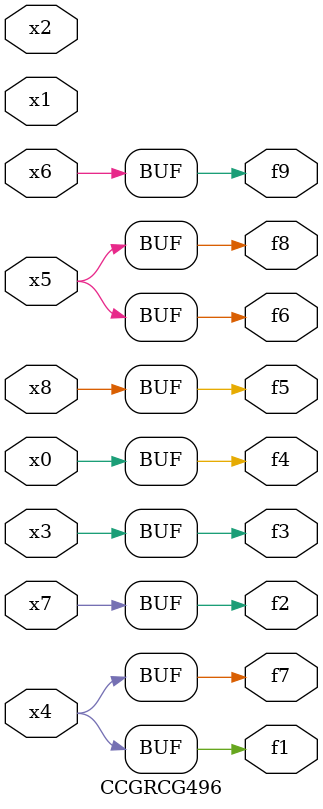
<source format=v>
module CCGRCG496(
	input x0, x1, x2, x3, x4, x5, x6, x7, x8,
	output f1, f2, f3, f4, f5, f6, f7, f8, f9
);
	assign f1 = x4;
	assign f2 = x7;
	assign f3 = x3;
	assign f4 = x0;
	assign f5 = x8;
	assign f6 = x5;
	assign f7 = x4;
	assign f8 = x5;
	assign f9 = x6;
endmodule

</source>
